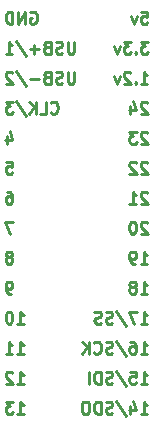
<source format=gbr>
G04 #@! TF.GenerationSoftware,KiCad,Pcbnew,(5.0.0-rc2-dev-252-gb5f1fdd98)*
G04 #@! TF.CreationDate,2018-04-01T12:07:08-07:00*
G04 #@! TF.ProjectId,smolfpga,736D6F6C667067612E6B696361645F70,rev?*
G04 #@! TF.SameCoordinates,Original*
G04 #@! TF.FileFunction,Legend,Bot*
G04 #@! TF.FilePolarity,Positive*
%FSLAX46Y46*%
G04 Gerber Fmt 4.6, Leading zero omitted, Abs format (unit mm)*
G04 Created by KiCad (PCBNEW (5.0.0-rc2-dev-252-gb5f1fdd98)) date 04/01/18 12:07:08*
%MOMM*%
%LPD*%
G01*
G04 APERTURE LIST*
%ADD10C,0.250000*%
G04 APERTURE END LIST*
D10*
X129448214Y-83320000D02*
X129543452Y-83272380D01*
X129686309Y-83272380D01*
X129829166Y-83320000D01*
X129924404Y-83415238D01*
X129972023Y-83510476D01*
X130019642Y-83700952D01*
X130019642Y-83843809D01*
X129972023Y-84034285D01*
X129924404Y-84129523D01*
X129829166Y-84224761D01*
X129686309Y-84272380D01*
X129591071Y-84272380D01*
X129448214Y-84224761D01*
X129400595Y-84177142D01*
X129400595Y-83843809D01*
X129591071Y-83843809D01*
X128972023Y-84272380D02*
X128972023Y-83272380D01*
X128400595Y-84272380D01*
X128400595Y-83272380D01*
X127924404Y-84272380D02*
X127924404Y-83272380D01*
X127686309Y-83272380D01*
X127543452Y-83320000D01*
X127448214Y-83415238D01*
X127400595Y-83510476D01*
X127352976Y-83700952D01*
X127352976Y-83843809D01*
X127400595Y-84034285D01*
X127448214Y-84129523D01*
X127543452Y-84224761D01*
X127686309Y-84272380D01*
X127924404Y-84272380D01*
X133162500Y-85812380D02*
X133162500Y-86621904D01*
X133114880Y-86717142D01*
X133067261Y-86764761D01*
X132972023Y-86812380D01*
X132781547Y-86812380D01*
X132686309Y-86764761D01*
X132638690Y-86717142D01*
X132591071Y-86621904D01*
X132591071Y-85812380D01*
X132162500Y-86764761D02*
X132019642Y-86812380D01*
X131781547Y-86812380D01*
X131686309Y-86764761D01*
X131638690Y-86717142D01*
X131591071Y-86621904D01*
X131591071Y-86526666D01*
X131638690Y-86431428D01*
X131686309Y-86383809D01*
X131781547Y-86336190D01*
X131972023Y-86288571D01*
X132067261Y-86240952D01*
X132114880Y-86193333D01*
X132162500Y-86098095D01*
X132162500Y-86002857D01*
X132114880Y-85907619D01*
X132067261Y-85860000D01*
X131972023Y-85812380D01*
X131733928Y-85812380D01*
X131591071Y-85860000D01*
X130829166Y-86288571D02*
X130686309Y-86336190D01*
X130638690Y-86383809D01*
X130591071Y-86479047D01*
X130591071Y-86621904D01*
X130638690Y-86717142D01*
X130686309Y-86764761D01*
X130781547Y-86812380D01*
X131162500Y-86812380D01*
X131162500Y-85812380D01*
X130829166Y-85812380D01*
X130733928Y-85860000D01*
X130686309Y-85907619D01*
X130638690Y-86002857D01*
X130638690Y-86098095D01*
X130686309Y-86193333D01*
X130733928Y-86240952D01*
X130829166Y-86288571D01*
X131162500Y-86288571D01*
X130162500Y-86431428D02*
X129400595Y-86431428D01*
X129781547Y-86812380D02*
X129781547Y-86050476D01*
X128210119Y-85764761D02*
X129067261Y-87050476D01*
X127352976Y-86812380D02*
X127924404Y-86812380D01*
X127638690Y-86812380D02*
X127638690Y-85812380D01*
X127733928Y-85955238D01*
X127829166Y-86050476D01*
X127924404Y-86098095D01*
X131162500Y-91797142D02*
X131210119Y-91844761D01*
X131352976Y-91892380D01*
X131448214Y-91892380D01*
X131591071Y-91844761D01*
X131686309Y-91749523D01*
X131733928Y-91654285D01*
X131781547Y-91463809D01*
X131781547Y-91320952D01*
X131733928Y-91130476D01*
X131686309Y-91035238D01*
X131591071Y-90940000D01*
X131448214Y-90892380D01*
X131352976Y-90892380D01*
X131210119Y-90940000D01*
X131162500Y-90987619D01*
X130257738Y-91892380D02*
X130733928Y-91892380D01*
X130733928Y-90892380D01*
X129924404Y-91892380D02*
X129924404Y-90892380D01*
X129352976Y-91892380D02*
X129781547Y-91320952D01*
X129352976Y-90892380D02*
X129924404Y-91463809D01*
X128210119Y-90844761D02*
X129067261Y-92130476D01*
X127972023Y-90892380D02*
X127352976Y-90892380D01*
X127686309Y-91273333D01*
X127543452Y-91273333D01*
X127448214Y-91320952D01*
X127400595Y-91368571D01*
X127352976Y-91463809D01*
X127352976Y-91701904D01*
X127400595Y-91797142D01*
X127448214Y-91844761D01*
X127543452Y-91892380D01*
X127829166Y-91892380D01*
X127924404Y-91844761D01*
X127972023Y-91797142D01*
X133162500Y-88352380D02*
X133162500Y-89161904D01*
X133114880Y-89257142D01*
X133067261Y-89304761D01*
X132972023Y-89352380D01*
X132781547Y-89352380D01*
X132686309Y-89304761D01*
X132638690Y-89257142D01*
X132591071Y-89161904D01*
X132591071Y-88352380D01*
X132162500Y-89304761D02*
X132019642Y-89352380D01*
X131781547Y-89352380D01*
X131686309Y-89304761D01*
X131638690Y-89257142D01*
X131591071Y-89161904D01*
X131591071Y-89066666D01*
X131638690Y-88971428D01*
X131686309Y-88923809D01*
X131781547Y-88876190D01*
X131972023Y-88828571D01*
X132067261Y-88780952D01*
X132114880Y-88733333D01*
X132162500Y-88638095D01*
X132162500Y-88542857D01*
X132114880Y-88447619D01*
X132067261Y-88400000D01*
X131972023Y-88352380D01*
X131733928Y-88352380D01*
X131591071Y-88400000D01*
X130829166Y-88828571D02*
X130686309Y-88876190D01*
X130638690Y-88923809D01*
X130591071Y-89019047D01*
X130591071Y-89161904D01*
X130638690Y-89257142D01*
X130686309Y-89304761D01*
X130781547Y-89352380D01*
X131162500Y-89352380D01*
X131162500Y-88352380D01*
X130829166Y-88352380D01*
X130733928Y-88400000D01*
X130686309Y-88447619D01*
X130638690Y-88542857D01*
X130638690Y-88638095D01*
X130686309Y-88733333D01*
X130733928Y-88780952D01*
X130829166Y-88828571D01*
X131162500Y-88828571D01*
X130162500Y-88971428D02*
X129400595Y-88971428D01*
X128210119Y-88304761D02*
X129067261Y-89590476D01*
X127924404Y-88447619D02*
X127876785Y-88400000D01*
X127781547Y-88352380D01*
X127543452Y-88352380D01*
X127448214Y-88400000D01*
X127400595Y-88447619D01*
X127352976Y-88542857D01*
X127352976Y-88638095D01*
X127400595Y-88780952D01*
X127972023Y-89352380D01*
X127352976Y-89352380D01*
X127448214Y-93765714D02*
X127448214Y-94432380D01*
X127686309Y-93384761D02*
X127924404Y-94099047D01*
X127305357Y-94099047D01*
X127448214Y-98512380D02*
X127638690Y-98512380D01*
X127733928Y-98560000D01*
X127781547Y-98607619D01*
X127876785Y-98750476D01*
X127924404Y-98940952D01*
X127924404Y-99321904D01*
X127876785Y-99417142D01*
X127829166Y-99464761D01*
X127733928Y-99512380D01*
X127543452Y-99512380D01*
X127448214Y-99464761D01*
X127400595Y-99417142D01*
X127352976Y-99321904D01*
X127352976Y-99083809D01*
X127400595Y-98988571D01*
X127448214Y-98940952D01*
X127543452Y-98893333D01*
X127733928Y-98893333D01*
X127829166Y-98940952D01*
X127876785Y-98988571D01*
X127924404Y-99083809D01*
X127972023Y-101052380D02*
X127305357Y-101052380D01*
X127733928Y-102052380D01*
X127829166Y-107132380D02*
X127638690Y-107132380D01*
X127543452Y-107084761D01*
X127495833Y-107037142D01*
X127400595Y-106894285D01*
X127352976Y-106703809D01*
X127352976Y-106322857D01*
X127400595Y-106227619D01*
X127448214Y-106180000D01*
X127543452Y-106132380D01*
X127733928Y-106132380D01*
X127829166Y-106180000D01*
X127876785Y-106227619D01*
X127924404Y-106322857D01*
X127924404Y-106560952D01*
X127876785Y-106656190D01*
X127829166Y-106703809D01*
X127733928Y-106751428D01*
X127543452Y-106751428D01*
X127448214Y-106703809D01*
X127400595Y-106656190D01*
X127352976Y-106560952D01*
X128305357Y-109672380D02*
X128876785Y-109672380D01*
X128591071Y-109672380D02*
X128591071Y-108672380D01*
X128686309Y-108815238D01*
X128781547Y-108910476D01*
X128876785Y-108958095D01*
X127686309Y-108672380D02*
X127591071Y-108672380D01*
X127495833Y-108720000D01*
X127448214Y-108767619D01*
X127400595Y-108862857D01*
X127352976Y-109053333D01*
X127352976Y-109291428D01*
X127400595Y-109481904D01*
X127448214Y-109577142D01*
X127495833Y-109624761D01*
X127591071Y-109672380D01*
X127686309Y-109672380D01*
X127781547Y-109624761D01*
X127829166Y-109577142D01*
X127876785Y-109481904D01*
X127924404Y-109291428D01*
X127924404Y-109053333D01*
X127876785Y-108862857D01*
X127829166Y-108767619D01*
X127781547Y-108720000D01*
X127686309Y-108672380D01*
X128305357Y-112212380D02*
X128876785Y-112212380D01*
X128591071Y-112212380D02*
X128591071Y-111212380D01*
X128686309Y-111355238D01*
X128781547Y-111450476D01*
X128876785Y-111498095D01*
X127352976Y-112212380D02*
X127924404Y-112212380D01*
X127638690Y-112212380D02*
X127638690Y-111212380D01*
X127733928Y-111355238D01*
X127829166Y-111450476D01*
X127924404Y-111498095D01*
X128305357Y-114752380D02*
X128876785Y-114752380D01*
X128591071Y-114752380D02*
X128591071Y-113752380D01*
X128686309Y-113895238D01*
X128781547Y-113990476D01*
X128876785Y-114038095D01*
X127924404Y-113847619D02*
X127876785Y-113800000D01*
X127781547Y-113752380D01*
X127543452Y-113752380D01*
X127448214Y-113800000D01*
X127400595Y-113847619D01*
X127352976Y-113942857D01*
X127352976Y-114038095D01*
X127400595Y-114180952D01*
X127972023Y-114752380D01*
X127352976Y-114752380D01*
X138775595Y-107132380D02*
X139347023Y-107132380D01*
X139061309Y-107132380D02*
X139061309Y-106132380D01*
X139156547Y-106275238D01*
X139251785Y-106370476D01*
X139347023Y-106418095D01*
X138204166Y-106560952D02*
X138299404Y-106513333D01*
X138347023Y-106465714D01*
X138394642Y-106370476D01*
X138394642Y-106322857D01*
X138347023Y-106227619D01*
X138299404Y-106180000D01*
X138204166Y-106132380D01*
X138013690Y-106132380D01*
X137918452Y-106180000D01*
X137870833Y-106227619D01*
X137823214Y-106322857D01*
X137823214Y-106370476D01*
X137870833Y-106465714D01*
X137918452Y-106513333D01*
X138013690Y-106560952D01*
X138204166Y-106560952D01*
X138299404Y-106608571D01*
X138347023Y-106656190D01*
X138394642Y-106751428D01*
X138394642Y-106941904D01*
X138347023Y-107037142D01*
X138299404Y-107084761D01*
X138204166Y-107132380D01*
X138013690Y-107132380D01*
X137918452Y-107084761D01*
X137870833Y-107037142D01*
X137823214Y-106941904D01*
X137823214Y-106751428D01*
X137870833Y-106656190D01*
X137918452Y-106608571D01*
X138013690Y-106560952D01*
X139347023Y-101147619D02*
X139299404Y-101100000D01*
X139204166Y-101052380D01*
X138966071Y-101052380D01*
X138870833Y-101100000D01*
X138823214Y-101147619D01*
X138775595Y-101242857D01*
X138775595Y-101338095D01*
X138823214Y-101480952D01*
X139394642Y-102052380D01*
X138775595Y-102052380D01*
X138156547Y-101052380D02*
X138061309Y-101052380D01*
X137966071Y-101100000D01*
X137918452Y-101147619D01*
X137870833Y-101242857D01*
X137823214Y-101433333D01*
X137823214Y-101671428D01*
X137870833Y-101861904D01*
X137918452Y-101957142D01*
X137966071Y-102004761D01*
X138061309Y-102052380D01*
X138156547Y-102052380D01*
X138251785Y-102004761D01*
X138299404Y-101957142D01*
X138347023Y-101861904D01*
X138394642Y-101671428D01*
X138394642Y-101433333D01*
X138347023Y-101242857D01*
X138299404Y-101147619D01*
X138251785Y-101100000D01*
X138156547Y-101052380D01*
X128305357Y-117292380D02*
X128876785Y-117292380D01*
X128591071Y-117292380D02*
X128591071Y-116292380D01*
X128686309Y-116435238D01*
X128781547Y-116530476D01*
X128876785Y-116578095D01*
X127972023Y-116292380D02*
X127352976Y-116292380D01*
X127686309Y-116673333D01*
X127543452Y-116673333D01*
X127448214Y-116720952D01*
X127400595Y-116768571D01*
X127352976Y-116863809D01*
X127352976Y-117101904D01*
X127400595Y-117197142D01*
X127448214Y-117244761D01*
X127543452Y-117292380D01*
X127829166Y-117292380D01*
X127924404Y-117244761D01*
X127972023Y-117197142D01*
X138775595Y-117292380D02*
X139347023Y-117292380D01*
X139061309Y-117292380D02*
X139061309Y-116292380D01*
X139156547Y-116435238D01*
X139251785Y-116530476D01*
X139347023Y-116578095D01*
X137918452Y-116625714D02*
X137918452Y-117292380D01*
X138156547Y-116244761D02*
X138394642Y-116959047D01*
X137775595Y-116959047D01*
X136680357Y-116244761D02*
X137537500Y-117530476D01*
X136394642Y-117244761D02*
X136251785Y-117292380D01*
X136013690Y-117292380D01*
X135918452Y-117244761D01*
X135870833Y-117197142D01*
X135823214Y-117101904D01*
X135823214Y-117006666D01*
X135870833Y-116911428D01*
X135918452Y-116863809D01*
X136013690Y-116816190D01*
X136204166Y-116768571D01*
X136299404Y-116720952D01*
X136347023Y-116673333D01*
X136394642Y-116578095D01*
X136394642Y-116482857D01*
X136347023Y-116387619D01*
X136299404Y-116340000D01*
X136204166Y-116292380D01*
X135966071Y-116292380D01*
X135823214Y-116340000D01*
X135394642Y-117292380D02*
X135394642Y-116292380D01*
X135156547Y-116292380D01*
X135013690Y-116340000D01*
X134918452Y-116435238D01*
X134870833Y-116530476D01*
X134823214Y-116720952D01*
X134823214Y-116863809D01*
X134870833Y-117054285D01*
X134918452Y-117149523D01*
X135013690Y-117244761D01*
X135156547Y-117292380D01*
X135394642Y-117292380D01*
X134204166Y-116292380D02*
X134013690Y-116292380D01*
X133918452Y-116340000D01*
X133823214Y-116435238D01*
X133775595Y-116625714D01*
X133775595Y-116959047D01*
X133823214Y-117149523D01*
X133918452Y-117244761D01*
X134013690Y-117292380D01*
X134204166Y-117292380D01*
X134299404Y-117244761D01*
X134394642Y-117149523D01*
X134442261Y-116959047D01*
X134442261Y-116625714D01*
X134394642Y-116435238D01*
X134299404Y-116340000D01*
X134204166Y-116292380D01*
X138775595Y-114752380D02*
X139347023Y-114752380D01*
X139061309Y-114752380D02*
X139061309Y-113752380D01*
X139156547Y-113895238D01*
X139251785Y-113990476D01*
X139347023Y-114038095D01*
X137870833Y-113752380D02*
X138347023Y-113752380D01*
X138394642Y-114228571D01*
X138347023Y-114180952D01*
X138251785Y-114133333D01*
X138013690Y-114133333D01*
X137918452Y-114180952D01*
X137870833Y-114228571D01*
X137823214Y-114323809D01*
X137823214Y-114561904D01*
X137870833Y-114657142D01*
X137918452Y-114704761D01*
X138013690Y-114752380D01*
X138251785Y-114752380D01*
X138347023Y-114704761D01*
X138394642Y-114657142D01*
X136680357Y-113704761D02*
X137537500Y-114990476D01*
X136394642Y-114704761D02*
X136251785Y-114752380D01*
X136013690Y-114752380D01*
X135918452Y-114704761D01*
X135870833Y-114657142D01*
X135823214Y-114561904D01*
X135823214Y-114466666D01*
X135870833Y-114371428D01*
X135918452Y-114323809D01*
X136013690Y-114276190D01*
X136204166Y-114228571D01*
X136299404Y-114180952D01*
X136347023Y-114133333D01*
X136394642Y-114038095D01*
X136394642Y-113942857D01*
X136347023Y-113847619D01*
X136299404Y-113800000D01*
X136204166Y-113752380D01*
X135966071Y-113752380D01*
X135823214Y-113800000D01*
X135394642Y-114752380D02*
X135394642Y-113752380D01*
X135156547Y-113752380D01*
X135013690Y-113800000D01*
X134918452Y-113895238D01*
X134870833Y-113990476D01*
X134823214Y-114180952D01*
X134823214Y-114323809D01*
X134870833Y-114514285D01*
X134918452Y-114609523D01*
X135013690Y-114704761D01*
X135156547Y-114752380D01*
X135394642Y-114752380D01*
X134394642Y-114752380D02*
X134394642Y-113752380D01*
X138775595Y-109672380D02*
X139347023Y-109672380D01*
X139061309Y-109672380D02*
X139061309Y-108672380D01*
X139156547Y-108815238D01*
X139251785Y-108910476D01*
X139347023Y-108958095D01*
X138442261Y-108672380D02*
X137775595Y-108672380D01*
X138204166Y-109672380D01*
X136680357Y-108624761D02*
X137537500Y-109910476D01*
X136394642Y-109624761D02*
X136251785Y-109672380D01*
X136013690Y-109672380D01*
X135918452Y-109624761D01*
X135870833Y-109577142D01*
X135823214Y-109481904D01*
X135823214Y-109386666D01*
X135870833Y-109291428D01*
X135918452Y-109243809D01*
X136013690Y-109196190D01*
X136204166Y-109148571D01*
X136299404Y-109100952D01*
X136347023Y-109053333D01*
X136394642Y-108958095D01*
X136394642Y-108862857D01*
X136347023Y-108767619D01*
X136299404Y-108720000D01*
X136204166Y-108672380D01*
X135966071Y-108672380D01*
X135823214Y-108720000D01*
X135442261Y-109624761D02*
X135299404Y-109672380D01*
X135061309Y-109672380D01*
X134966071Y-109624761D01*
X134918452Y-109577142D01*
X134870833Y-109481904D01*
X134870833Y-109386666D01*
X134918452Y-109291428D01*
X134966071Y-109243809D01*
X135061309Y-109196190D01*
X135251785Y-109148571D01*
X135347023Y-109100952D01*
X135394642Y-109053333D01*
X135442261Y-108958095D01*
X135442261Y-108862857D01*
X135394642Y-108767619D01*
X135347023Y-108720000D01*
X135251785Y-108672380D01*
X135013690Y-108672380D01*
X134870833Y-108720000D01*
X139347023Y-98607619D02*
X139299404Y-98560000D01*
X139204166Y-98512380D01*
X138966071Y-98512380D01*
X138870833Y-98560000D01*
X138823214Y-98607619D01*
X138775595Y-98702857D01*
X138775595Y-98798095D01*
X138823214Y-98940952D01*
X139394642Y-99512380D01*
X138775595Y-99512380D01*
X137823214Y-99512380D02*
X138394642Y-99512380D01*
X138108928Y-99512380D02*
X138108928Y-98512380D01*
X138204166Y-98655238D01*
X138299404Y-98750476D01*
X138394642Y-98798095D01*
X139347023Y-93527619D02*
X139299404Y-93480000D01*
X139204166Y-93432380D01*
X138966071Y-93432380D01*
X138870833Y-93480000D01*
X138823214Y-93527619D01*
X138775595Y-93622857D01*
X138775595Y-93718095D01*
X138823214Y-93860952D01*
X139394642Y-94432380D01*
X138775595Y-94432380D01*
X138442261Y-93432380D02*
X137823214Y-93432380D01*
X138156547Y-93813333D01*
X138013690Y-93813333D01*
X137918452Y-93860952D01*
X137870833Y-93908571D01*
X137823214Y-94003809D01*
X137823214Y-94241904D01*
X137870833Y-94337142D01*
X137918452Y-94384761D01*
X138013690Y-94432380D01*
X138299404Y-94432380D01*
X138394642Y-94384761D01*
X138442261Y-94337142D01*
X139347023Y-90987619D02*
X139299404Y-90940000D01*
X139204166Y-90892380D01*
X138966071Y-90892380D01*
X138870833Y-90940000D01*
X138823214Y-90987619D01*
X138775595Y-91082857D01*
X138775595Y-91178095D01*
X138823214Y-91320952D01*
X139394642Y-91892380D01*
X138775595Y-91892380D01*
X137918452Y-91225714D02*
X137918452Y-91892380D01*
X138156547Y-90844761D02*
X138394642Y-91559047D01*
X137775595Y-91559047D01*
X138775595Y-89352380D02*
X139347023Y-89352380D01*
X139061309Y-89352380D02*
X139061309Y-88352380D01*
X139156547Y-88495238D01*
X139251785Y-88590476D01*
X139347023Y-88638095D01*
X138347023Y-89257142D02*
X138299404Y-89304761D01*
X138347023Y-89352380D01*
X138394642Y-89304761D01*
X138347023Y-89257142D01*
X138347023Y-89352380D01*
X137918452Y-88447619D02*
X137870833Y-88400000D01*
X137775595Y-88352380D01*
X137537500Y-88352380D01*
X137442261Y-88400000D01*
X137394642Y-88447619D01*
X137347023Y-88542857D01*
X137347023Y-88638095D01*
X137394642Y-88780952D01*
X137966071Y-89352380D01*
X137347023Y-89352380D01*
X137013690Y-88685714D02*
X136775595Y-89352380D01*
X136537500Y-88685714D01*
X139394642Y-85812380D02*
X138775595Y-85812380D01*
X139108928Y-86193333D01*
X138966071Y-86193333D01*
X138870833Y-86240952D01*
X138823214Y-86288571D01*
X138775595Y-86383809D01*
X138775595Y-86621904D01*
X138823214Y-86717142D01*
X138870833Y-86764761D01*
X138966071Y-86812380D01*
X139251785Y-86812380D01*
X139347023Y-86764761D01*
X139394642Y-86717142D01*
X138347023Y-86717142D02*
X138299404Y-86764761D01*
X138347023Y-86812380D01*
X138394642Y-86764761D01*
X138347023Y-86717142D01*
X138347023Y-86812380D01*
X137966071Y-85812380D02*
X137347023Y-85812380D01*
X137680357Y-86193333D01*
X137537500Y-86193333D01*
X137442261Y-86240952D01*
X137394642Y-86288571D01*
X137347023Y-86383809D01*
X137347023Y-86621904D01*
X137394642Y-86717142D01*
X137442261Y-86764761D01*
X137537500Y-86812380D01*
X137823214Y-86812380D01*
X137918452Y-86764761D01*
X137966071Y-86717142D01*
X137013690Y-86145714D02*
X136775595Y-86812380D01*
X136537500Y-86145714D01*
X127400595Y-95972380D02*
X127876785Y-95972380D01*
X127924404Y-96448571D01*
X127876785Y-96400952D01*
X127781547Y-96353333D01*
X127543452Y-96353333D01*
X127448214Y-96400952D01*
X127400595Y-96448571D01*
X127352976Y-96543809D01*
X127352976Y-96781904D01*
X127400595Y-96877142D01*
X127448214Y-96924761D01*
X127543452Y-96972380D01*
X127781547Y-96972380D01*
X127876785Y-96924761D01*
X127924404Y-96877142D01*
X127733928Y-104020952D02*
X127829166Y-103973333D01*
X127876785Y-103925714D01*
X127924404Y-103830476D01*
X127924404Y-103782857D01*
X127876785Y-103687619D01*
X127829166Y-103640000D01*
X127733928Y-103592380D01*
X127543452Y-103592380D01*
X127448214Y-103640000D01*
X127400595Y-103687619D01*
X127352976Y-103782857D01*
X127352976Y-103830476D01*
X127400595Y-103925714D01*
X127448214Y-103973333D01*
X127543452Y-104020952D01*
X127733928Y-104020952D01*
X127829166Y-104068571D01*
X127876785Y-104116190D01*
X127924404Y-104211428D01*
X127924404Y-104401904D01*
X127876785Y-104497142D01*
X127829166Y-104544761D01*
X127733928Y-104592380D01*
X127543452Y-104592380D01*
X127448214Y-104544761D01*
X127400595Y-104497142D01*
X127352976Y-104401904D01*
X127352976Y-104211428D01*
X127400595Y-104116190D01*
X127448214Y-104068571D01*
X127543452Y-104020952D01*
X138775595Y-112212380D02*
X139347023Y-112212380D01*
X139061309Y-112212380D02*
X139061309Y-111212380D01*
X139156547Y-111355238D01*
X139251785Y-111450476D01*
X139347023Y-111498095D01*
X137918452Y-111212380D02*
X138108928Y-111212380D01*
X138204166Y-111260000D01*
X138251785Y-111307619D01*
X138347023Y-111450476D01*
X138394642Y-111640952D01*
X138394642Y-112021904D01*
X138347023Y-112117142D01*
X138299404Y-112164761D01*
X138204166Y-112212380D01*
X138013690Y-112212380D01*
X137918452Y-112164761D01*
X137870833Y-112117142D01*
X137823214Y-112021904D01*
X137823214Y-111783809D01*
X137870833Y-111688571D01*
X137918452Y-111640952D01*
X138013690Y-111593333D01*
X138204166Y-111593333D01*
X138299404Y-111640952D01*
X138347023Y-111688571D01*
X138394642Y-111783809D01*
X136680357Y-111164761D02*
X137537500Y-112450476D01*
X136394642Y-112164761D02*
X136251785Y-112212380D01*
X136013690Y-112212380D01*
X135918452Y-112164761D01*
X135870833Y-112117142D01*
X135823214Y-112021904D01*
X135823214Y-111926666D01*
X135870833Y-111831428D01*
X135918452Y-111783809D01*
X136013690Y-111736190D01*
X136204166Y-111688571D01*
X136299404Y-111640952D01*
X136347023Y-111593333D01*
X136394642Y-111498095D01*
X136394642Y-111402857D01*
X136347023Y-111307619D01*
X136299404Y-111260000D01*
X136204166Y-111212380D01*
X135966071Y-111212380D01*
X135823214Y-111260000D01*
X134823214Y-112117142D02*
X134870833Y-112164761D01*
X135013690Y-112212380D01*
X135108928Y-112212380D01*
X135251785Y-112164761D01*
X135347023Y-112069523D01*
X135394642Y-111974285D01*
X135442261Y-111783809D01*
X135442261Y-111640952D01*
X135394642Y-111450476D01*
X135347023Y-111355238D01*
X135251785Y-111260000D01*
X135108928Y-111212380D01*
X135013690Y-111212380D01*
X134870833Y-111260000D01*
X134823214Y-111307619D01*
X134394642Y-112212380D02*
X134394642Y-111212380D01*
X133823214Y-112212380D02*
X134251785Y-111640952D01*
X133823214Y-111212380D02*
X134394642Y-111783809D01*
X138823214Y-83272380D02*
X139299404Y-83272380D01*
X139347023Y-83748571D01*
X139299404Y-83700952D01*
X139204166Y-83653333D01*
X138966071Y-83653333D01*
X138870833Y-83700952D01*
X138823214Y-83748571D01*
X138775595Y-83843809D01*
X138775595Y-84081904D01*
X138823214Y-84177142D01*
X138870833Y-84224761D01*
X138966071Y-84272380D01*
X139204166Y-84272380D01*
X139299404Y-84224761D01*
X139347023Y-84177142D01*
X138442261Y-83605714D02*
X138204166Y-84272380D01*
X137966071Y-83605714D01*
X138775595Y-104592380D02*
X139347023Y-104592380D01*
X139061309Y-104592380D02*
X139061309Y-103592380D01*
X139156547Y-103735238D01*
X139251785Y-103830476D01*
X139347023Y-103878095D01*
X138299404Y-104592380D02*
X138108928Y-104592380D01*
X138013690Y-104544761D01*
X137966071Y-104497142D01*
X137870833Y-104354285D01*
X137823214Y-104163809D01*
X137823214Y-103782857D01*
X137870833Y-103687619D01*
X137918452Y-103640000D01*
X138013690Y-103592380D01*
X138204166Y-103592380D01*
X138299404Y-103640000D01*
X138347023Y-103687619D01*
X138394642Y-103782857D01*
X138394642Y-104020952D01*
X138347023Y-104116190D01*
X138299404Y-104163809D01*
X138204166Y-104211428D01*
X138013690Y-104211428D01*
X137918452Y-104163809D01*
X137870833Y-104116190D01*
X137823214Y-104020952D01*
X139347023Y-96067619D02*
X139299404Y-96020000D01*
X139204166Y-95972380D01*
X138966071Y-95972380D01*
X138870833Y-96020000D01*
X138823214Y-96067619D01*
X138775595Y-96162857D01*
X138775595Y-96258095D01*
X138823214Y-96400952D01*
X139394642Y-96972380D01*
X138775595Y-96972380D01*
X138394642Y-96067619D02*
X138347023Y-96020000D01*
X138251785Y-95972380D01*
X138013690Y-95972380D01*
X137918452Y-96020000D01*
X137870833Y-96067619D01*
X137823214Y-96162857D01*
X137823214Y-96258095D01*
X137870833Y-96400952D01*
X138442261Y-96972380D01*
X137823214Y-96972380D01*
M02*

</source>
